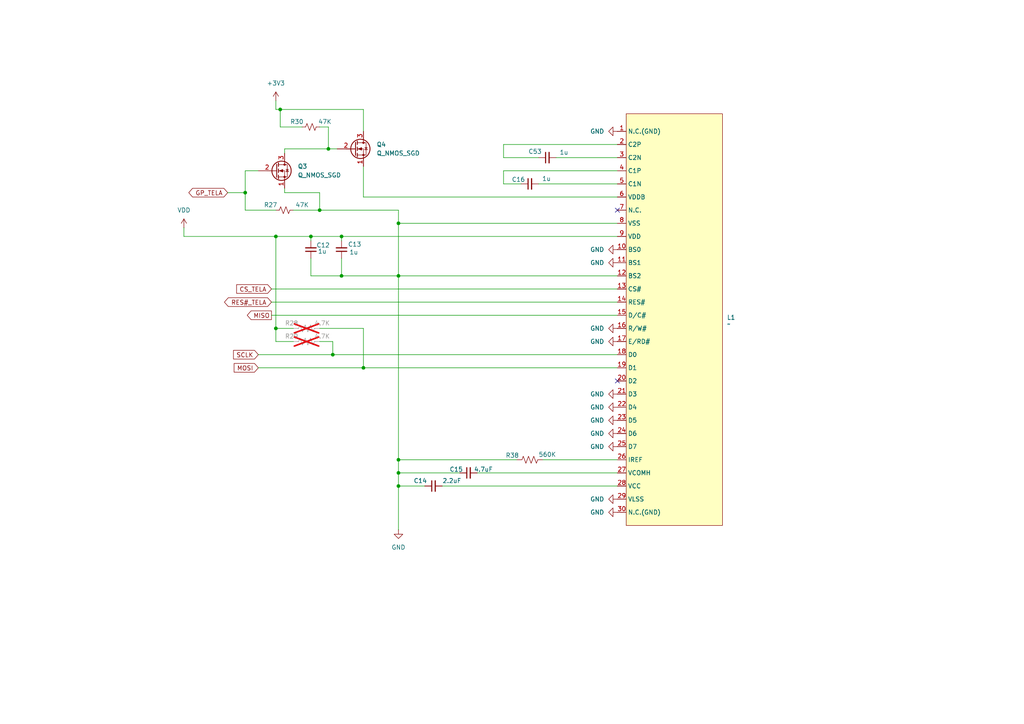
<source format=kicad_sch>
(kicad_sch (version 20250114) (generator "eeschema") (generator_version "9.0")
  (paper "A4")
  (lib_symbols
    (symbol "Device:C_Small" (pin_numbers (hide yes)) (pin_names (offset 0.254) (hide yes))
      (property "Reference" "C" (at 0.254 1.778 0))
      (property "Value" "C_Small" (at 0.254 -2.032 0))
      (symbol "C_Small_0_1"
        (polyline (pts (xy -1.524 0.508) (xy 1.524 0.508)) (stroke (width 0.3048)))
        (polyline (pts (xy -1.524 -0.508) (xy 1.524 -0.508)) (stroke (width 0.3302)))
      )
      (symbol "C_Small_1_1"
        (pin passive line (at 0 2.54 270) (length 2.032) (name "~") (number "1"))
        (pin passive line (at 0 -2.54 90) (length 2.032) (name "~") (number "2"))
      )
    )
    (symbol "Device:R_Small_US" (pin_numbers (hide yes)) (pin_names (offset 0.254) (hide yes))
      (property "Reference" "R" (at 0.762 0.508 0))
      (property "Value" "R_Small_US" (at 0.762 -1.016 0))
      (symbol "R_Small_US_1_1"
        (polyline (pts (xy 0 1.524) (xy 1.016 1.143) (xy 0 0.762) (xy -1.016 0.381) (xy 0 0)))
        (polyline (pts (xy 0 0) (xy 1.016 -0.381) (xy 0 -0.762) (xy -1.016 -1.143) (xy 0 -1.524)))
        (pin passive line (at 0 2.54 270) (length 1.016) (name "~") (number "1"))
        (pin passive line (at 0 -2.54 90) (length 1.016) (name "~") (number "2"))
      )
    )
    (symbol "Device:R_US" (pin_numbers (hide yes)) (pin_names (offset 0))
      (property "Reference" "R" (at 2.54 0 90))
      (property "Value" "R_US" (at -2.54 0 90))
      (symbol "R_US_0_1"
        (polyline (pts (xy 0 2.286) (xy 0 2.54)))
        (polyline (pts (xy 0 2.286) (xy 1.016 1.905) (xy 0 1.524) (xy -1.016 1.143) (xy 0 0.762)))
        (polyline (pts (xy 0 0.762) (xy 1.016 0.381) (xy 0 0) (xy -1.016 -0.381) (xy 0 -0.762)))
        (polyline (pts (xy 0 -0.762) (xy 1.016 -1.143) (xy 0 -1.524) (xy -1.016 -1.905) (xy 0 -2.286)))
        (polyline (pts (xy 0 -2.286) (xy 0 -2.54)))
      )
      (symbol "R_US_1_1"
        (pin passive line (at 0 3.81 270) (length 1.27) (name "~") (number "1"))
        (pin passive line (at 0 -3.81 90) (length 1.27) (name "~") (number "2"))
      )
    )
    (symbol "Transistor_FET:Q_NMOS_SGD" (pin_names (offset 0) (hide yes))
      (property "Reference" "Q" (at 5.08 1.905 0))
      (property "Value" "Q_NMOS_SGD" (at 5.08 0 0))
      (symbol "Q_NMOS_SGD_0_1"
        (polyline (pts (xy 0.254 1.905) (xy 0.254 -1.905)) (stroke (width 0.254)))
        (polyline (pts (xy 0.254 0) (xy -2.54 0)))
        (polyline (pts (xy 0.762 2.286) (xy 0.762 1.27)) (stroke (width 0.254)))
        (polyline (pts (xy 0.762 0.508) (xy 0.762 -0.508)) (stroke (width 0.254)))
        (polyline (pts (xy 0.762 -1.27) (xy 0.762 -2.286)) (stroke (width 0.254)))
        (polyline (pts (xy 0.762 -1.778) (xy 3.302 -1.778) (xy 3.302 1.778) (xy 0.762 1.778)))
        (polyline (pts (xy 1.016 0) (xy 2.032 0.381) (xy 2.032 -0.381) (xy 1.016 0)) (fill (type outline)))
        (circle (center 1.651 0) (radius 2.794) (stroke (width 0.254)))
        (polyline (pts (xy 2.54 2.54) (xy 2.54 1.778)))
        (circle (center 2.54 1.778) (radius 0.254) (fill (type outline)))
        (circle (center 2.54 -1.778) (radius 0.254) (fill (type outline)))
        (polyline (pts (xy 2.54 -2.54) (xy 2.54 0) (xy 0.762 0)))
        (polyline (pts (xy 2.921 0.381) (xy 3.683 0.381)))
        (polyline (pts (xy 3.302 0.381) (xy 2.921 -0.254) (xy 3.683 -0.254) (xy 3.302 0.381)))
      )
      (symbol "Q_NMOS_SGD_1_1"
        (pin input line (at -5.08 0 0) (length 5.08) (name "G") (number "2"))
        (pin passive line (at 2.54 5.08 270) (length 2.54) (name "D") (number "3"))
        (pin passive line (at 2.54 -5.08 90) (length 2.54) (name "S") (number "1"))
      )
    )
    (symbol "componentes_personalizados:Led_1.3"
      (property "Reference" "L" (at 0 0 0))
      (symbol "Led_1.3_1_1"
        (rectangle (start 1.27 -2.54) (end 29.21 -121.92) (fill (type background)))
        (pin input line (at -1.27 -7.62 0) (length 2.54) (name "N.C.(GND)") (number "1"))
        (pin input line (at -1.27 -11.43 0) (length 2.54) (name "C2P") (number "2"))
        (pin input line (at -1.27 -15.24 0) (length 2.54) (name "C2N") (number "3"))
        (pin input line (at -1.27 -19.05 0) (length 2.54) (name "C1P") (number "4"))
        (pin input line (at -1.27 -22.86 0) (length 2.54) (name "C1N") (number "5"))
        (pin input line (at -1.27 -26.67 0) (length 2.54) (name "VDDB") (number "6"))
        (pin input line (at -1.27 -30.48 0) (length 2.54) (name "N.C.") (number "7"))
        (pin input line (at -1.27 -34.29 0) (length 2.54) (name "VSS") (number "8"))
        (pin input line (at -1.27 -38.1 0) (length 2.54) (name "VDD") (number "9"))
        (pin input line (at -1.27 -41.91 0) (length 2.54) (name "BS0") (number "10"))
        (pin input line (at -1.27 -45.72 0) (length 2.54) (name "BS1") (number "11"))
        (pin input line (at -1.27 -49.53 0) (length 2.54) (name "BS2") (number "12"))
        (pin input line (at -1.27 -53.34 0) (length 2.54) (name "CS#") (number "13"))
        (pin input line (at -1.27 -57.15 0) (length 2.54) (name "RES#") (number "14"))
        (pin input line (at -1.27 -60.96 0) (length 2.54) (name "D/C#") (number "15"))
        (pin input line (at -1.27 -64.77 0) (length 2.54) (name "R/W#") (number "16"))
        (pin input line (at -1.27 -68.58 0) (length 2.54) (name "E/RD#") (number "17"))
        (pin input line (at -1.27 -72.39 0) (length 2.54) (name "D0") (number "18"))
        (pin input line (at -1.27 -76.2 0) (length 2.54) (name "D1") (number "19"))
        (pin input line (at -1.27 -80.01 0) (length 2.54) (name "D2") (number "20"))
        (pin input line (at -1.27 -83.82 0) (length 2.54) (name "D3") (number "21"))
        (pin input line (at -1.27 -87.63 0) (length 2.54) (name "D4") (number "22"))
        (pin input line (at -1.27 -91.44 0) (length 2.54) (name "D5") (number "23"))
        (pin input line (at -1.27 -95.25 0) (length 2.54) (name "D6") (number "24"))
        (pin input line (at -1.27 -99.06 0) (length 2.54) (name "D7") (number "25"))
        (pin input line (at -1.27 -102.87 0) (length 2.54) (name "IREF") (number "26"))
        (pin input line (at -1.27 -106.68 0) (length 2.54) (name "VCOMH") (number "27"))
        (pin input line (at -1.27 -110.49 0) (length 2.54) (name "VCC") (number "28"))
        (pin input line (at -1.27 -114.3 0) (length 2.54) (name "VLSS") (number "29"))
        (pin input line (at -1.27 -118.11 0) (length 2.54) (name "N.C.(GND)") (number "30"))
      )
    )
    (symbol "power:+3V3" (power) (pin_numbers (hide yes)) (pin_names (offset 0) (hide yes))
      (property "Value" "+3V3" (at 0 3.556 0))
      (symbol "+3V3_0_1"
        (polyline (pts (xy -0.762 1.27) (xy 0 2.54)))
        (polyline (pts (xy 0 2.54) (xy 0.762 1.27)))
        (polyline (pts (xy 0 0) (xy 0 2.54)))
      )
      (symbol "+3V3_1_1"
        (pin power_in line (at 0 0 90) (length 0) (name "~") (number "1"))
      )
    )
    (symbol "power:GND" (power) (pin_numbers (hide yes)) (pin_names (offset 0) (hide yes))
      (property "Value" "GND" (at 0 -3.81 0))
      (symbol "GND_0_1"
        (polyline (pts (xy 0 0) (xy 0 -1.27) (xy 1.27 -1.27) (xy 0 -2.54) (xy -1.27 -1.27) (xy 0 -1.27)))
      )
      (symbol "GND_1_1"
        (pin power_in line (at 0 0 270) (length 0) (name "~") (number "1"))
      )
    )
    (symbol "power:VDD" (power) (pin_numbers (hide yes)) (pin_names (offset 0) (hide yes))
      (property "Value" "VDD" (at 0 3.556 0))
      (symbol "VDD_0_1"
        (polyline (pts (xy -0.762 1.27) (xy 0 2.54)))
        (polyline (pts (xy 0 2.54) (xy 0.762 1.27)))
        (polyline (pts (xy 0 0) (xy 0 2.54)))
      )
      (symbol "VDD_1_1"
        (pin power_in line (at 0 0 90) (length 0) (name "~") (number "1"))
      )
    )
  )
  (junction (at 99.06 80.01))
  (junction (at 90.17 68.58))
  (junction (at 71.12 55.88))
  (junction (at 80.01 68.58))
  (junction (at 115.57 137.16))
  (junction (at 115.57 80.01))
  (junction (at 81.28 31.75))
  (junction (at 115.57 140.97))
  (junction (at 95.25 43.18))
  (junction (at 92.71 60.96))
  (junction (at 105.41 106.68))
  (junction (at 115.57 133.35))
  (junction (at 99.06 68.58))
  (junction (at 80.01 95.25))
  (junction (at 115.57 64.77))
  (junction (at 96.52 102.87))
  (no_connect (at 179.07 60.96))
  (no_connect (at 179.07 110.49))
  (wire (pts (xy 115.57 64.77) (xy 115.57 80.01)))
  (wire (pts (xy 115.57 140.97) (xy 115.57 153.67)))
  (wire (pts (xy 80.01 31.75) (xy 81.28 31.75)))
  (wire (pts (xy 156.21 45.72) (xy 146.05 45.72)))
  (wire (pts (xy 95.25 43.18) (xy 97.79 43.18)))
  (wire (pts (xy 157.48 133.35) (xy 179.07 133.35)))
  (wire (pts (xy 138.43 137.16) (xy 179.07 137.16)))
  (wire (pts (xy 161.29 45.72) (xy 179.07 45.72)))
  (wire (pts (xy 82.55 43.18) (xy 95.25 43.18)))
  (wire (pts (xy 95.25 43.18) (xy 95.25 36.83)))
  (wire (pts (xy 53.34 66.04) (xy 53.34 68.58)))
  (wire (pts (xy 80.01 31.75) (xy 80.01 29.21)))
  (wire (pts (xy 115.57 133.35) (xy 149.86 133.35)))
  (wire (pts (xy 156.21 53.34) (xy 179.07 53.34)))
  (wire (pts (xy 115.57 137.16) (xy 115.57 140.97)))
  (wire (pts (xy 90.17 80.01) (xy 90.17 74.93)))
  (wire (pts (xy 80.01 68.58) (xy 90.17 68.58)))
  (wire (pts (xy 71.12 49.53) (xy 71.12 55.88)))
  (wire (pts (xy 146.05 45.72) (xy 146.05 41.91)))
  (wire (pts (xy 71.12 49.53) (xy 74.93 49.53)))
  (wire (pts (xy 78.74 83.82) (xy 179.07 83.82)))
  (wire (pts (xy 146.05 53.34) (xy 151.13 53.34)))
  (wire (pts (xy 81.28 36.83) (xy 87.63 36.83)))
  (wire (pts (xy 92.71 60.96) (xy 92.71 55.88)))
  (wire (pts (xy 92.71 55.88) (xy 82.55 55.88)))
  (wire (pts (xy 82.55 43.18) (xy 82.55 44.45)))
  (wire (pts (xy 115.57 140.97) (xy 123.19 140.97)))
  (wire (pts (xy 115.57 80.01) (xy 99.06 80.01)))
  (wire (pts (xy 92.71 95.25) (xy 105.41 95.25)))
  (wire (pts (xy 81.28 31.75) (xy 105.41 31.75)))
  (wire (pts (xy 92.71 60.96) (xy 115.57 60.96)))
  (wire (pts (xy 78.74 91.44) (xy 179.07 91.44)))
  (wire (pts (xy 128.27 140.97) (xy 179.07 140.97)))
  (wire (pts (xy 99.06 80.01) (xy 99.06 74.93)))
  (wire (pts (xy 81.28 31.75) (xy 81.28 36.83)))
  (wire (pts (xy 66.04 55.88) (xy 71.12 55.88)))
  (wire (pts (xy 105.41 57.15) (xy 105.41 48.26)))
  (wire (pts (xy 71.12 55.88) (xy 71.12 60.96)))
  (wire (pts (xy 95.25 36.83) (xy 92.71 36.83)))
  (wire (pts (xy 146.05 41.91) (xy 179.07 41.91)))
  (wire (pts (xy 115.57 133.35) (xy 115.57 137.16)))
  (wire (pts (xy 115.57 80.01) (xy 179.07 80.01)))
  (wire (pts (xy 115.57 80.01) (xy 115.57 133.35)))
  (wire (pts (xy 99.06 80.01) (xy 90.17 80.01)))
  (wire (pts (xy 115.57 64.77) (xy 179.07 64.77)))
  (wire (pts (xy 146.05 49.53) (xy 179.07 49.53)))
  (wire (pts (xy 90.17 68.58) (xy 99.06 68.58)))
  (wire (pts (xy 99.06 68.58) (xy 179.07 68.58)))
  (wire (pts (xy 105.41 106.68) (xy 179.07 106.68)))
  (wire (pts (xy 115.57 60.96) (xy 115.57 64.77)))
  (wire (pts (xy 96.52 102.87) (xy 179.07 102.87)))
  (wire (pts (xy 105.41 95.25) (xy 105.41 106.68)))
  (wire (pts (xy 179.07 57.15) (xy 105.41 57.15)))
  (wire (pts (xy 146.05 49.53) (xy 146.05 53.34)))
  (wire (pts (xy 74.93 106.68) (xy 105.41 106.68)))
  (wire (pts (xy 74.93 102.87) (xy 96.52 102.87)))
  (wire (pts (xy 90.17 69.85) (xy 90.17 68.58)))
  (wire (pts (xy 80.01 68.58) (xy 80.01 95.25)))
  (wire (pts (xy 80.01 95.25) (xy 85.09 95.25)))
  (wire (pts (xy 96.52 99.06) (xy 96.52 102.87)))
  (wire (pts (xy 80.01 99.06) (xy 85.09 99.06)))
  (wire (pts (xy 71.12 60.96) (xy 80.01 60.96)))
  (wire (pts (xy 92.71 99.06) (xy 96.52 99.06)))
  (wire (pts (xy 80.01 95.25) (xy 80.01 99.06)))
  (wire (pts (xy 53.34 68.58) (xy 80.01 68.58)))
  (wire (pts (xy 85.09 60.96) (xy 92.71 60.96)))
  (wire (pts (xy 78.74 87.63) (xy 179.07 87.63)))
  (wire (pts (xy 105.41 38.1) (xy 105.41 31.75)))
  (wire (pts (xy 82.55 55.88) (xy 82.55 54.61)))
  (wire (pts (xy 99.06 69.85) (xy 99.06 68.58)))
  (wire (pts (xy 115.57 137.16) (xy 133.35 137.16)))
  (global_label "MISO" (shape output) (at 78.74 91.44 180) (property "Intersheetrefs" "${INTERSHEET_REFS}" (effects (hide yes))))
  (global_label "RES#_TELA" (shape bidirectional) (at 78.74 87.63 180) (property "Intersheetrefs" "${INTERSHEET_REFS}" (effects (hide yes))))
  (global_label "GP_TELA" (shape bidirectional) (at 66.04 55.88 180) (property "Intersheetrefs" "${INTERSHEET_REFS}" (effects (hide yes))))
  (global_label "SCLK" (shape input) (at 74.93 102.87 180) (property "Intersheetrefs" "${INTERSHEET_REFS}" (effects (hide yes))))
  (global_label "MOSI" (shape input) (at 74.93 106.68 180) (property "Intersheetrefs" "${INTERSHEET_REFS}" (effects (hide yes))))
  (global_label "CS_TELA" (shape input) (at 78.74 83.82 180) (property "Intersheetrefs" "${INTERSHEET_REFS}" (effects (hide yes))))
  (symbol (lib_id "componentes_personalizados:Led_1.3") (at 180.34 30.48 0) (unit 1)
    (property "Reference" "L1" (at 210.82 92.0749 0) (effects (justify left)))
    (property "Value" "~" (at 210.82 93.98 0) (effects (justify left)))
  )
  (symbol (lib_id "Device:C_Small") (at 158.75 45.72 90) (unit 1)
    (property "Reference" "C53" (at 155.194 43.942 90))
    (property "Value" "1u" (at 163.576 44.196 90))
    (property "Footprint" "Capacitor_SMD:C_0402_1005Metric" (effects (hide yes)))
    (property "Datasheet" "https://www.digikey.com.br/pt/products/detail/samsung-electro-mechanics/CL05B104KP5NNNC/3886660" (effects (hide yes)))
    (property "Description" "Unpolarized capacitor, small symbol" (effects (hide yes)))
  )
  (symbol (lib_id "Device:R_US") (at 88.9 99.06 90) (unit 1) (dnp yes)
    (property "Reference" "R29" (at 84.582 97.536 90))
    (property "Value" "4.7K" (at 93.472 97.536 90))
    (property "Footprint" "Resistor_SMD:R_0402_1005Metric" (effects (hide yes)))
    (property "Datasheet" "https://www.digikey.com.br/en/products/detail/cal-chip-electronics-inc/RM04J472CT/13571646" (effects (hide yes)))
    (property "Description" "Resistor, US symbol" (effects (hide yes)))
  )
  (symbol (lib_id "Device:R_Small_US") (at 82.55 60.96 90) (unit 1)
    (property "Reference" "R27" (at 78.486 59.436 90))
    (property "Value" "47K" (at 87.63 59.436 90))
    (property "Footprint" "Resistor_SMD:R_0402_1005Metric" (effects (hide yes)))
    (property "Datasheet" "https://www.digikey.com.br/en/products/detail/panasonic-electronic-components/ERJ-2RKF4702X/1746233" (effects (hide yes)))
    (property "Description" "Resistor, small US symbol" (effects (hide yes)))
  )
  (symbol (lib_id "Transistor_FET:Q_NMOS_SGD") (at 102.87 43.18 0) (unit 1)
    (property "Reference" "Q4" (at 109.22 41.9099 0) (effects (justify left)))
    (property "Value" "Q_NMOS_SGD" (at 109.22 44.4499 0) (effects (justify left)))
    (property "Datasheet" "https://www.digikey.com.br/en/products/detail/toshiba-semiconductor-and-storage/T2N7002AK-LM/5298028" (effects (hide yes)))
    (property "Description" "N-MOSFET transistor, source/gate/drain" (effects (hide yes)))
  )
  (symbol (lib_id "Device:C_Small") (at 125.73 140.97 90) (unit 1)
    (property "Reference" "C14" (at 121.92 139.446 90))
    (property "Value" "2.2uF" (at 131.064 139.446 90))
    (property "Footprint" "Capacitor_SMD:C_0402_1005Metric" (effects (hide yes)))
    (property "Datasheet" "https://www.digikey.com.br/en/products/detail/samsung-electro-mechanics/CL05A225MQ5NNNC/3887127" (effects (hide yes)))
    (property "Description" "Unpolarized capacitor, small symbol" (effects (hide yes)))
  )
  (symbol (lib_id "Device:R_Small_US") (at 90.17 36.83 90) (unit 1)
    (property "Reference" "R30" (at 86.106 35.306 90))
    (property "Value" "47K" (at 94.234 35.306 90))
    (property "Footprint" "Resistor_SMD:R_0402_1005Metric" (effects (hide yes)))
    (property "Datasheet" "https://www.digikey.com.br/en/products/detail/panasonic-electronic-components/ERJ-2RKF4702X/1746233" (effects (hide yes)))
    (property "Description" "Resistor, small US symbol" (effects (hide yes)))
  )
  (symbol (lib_id "Transistor_FET:Q_NMOS_SGD") (at 80.01 49.53 0) (unit 1)
    (property "Reference" "Q3" (at 86.36 48.2599 0) (effects (justify left)))
    (property "Value" "Q_NMOS_SGD" (at 86.36 50.7999 0) (effects (justify left)))
    (property "Datasheet" "https://www.digikey.com.br/en/products/detail/toshiba-semiconductor-and-storage/T2N7002AK-LM/5298028" (effects (hide yes)))
    (property "Description" "N-MOSFET transistor, source/gate/drain" (effects (hide yes)))
  )
  (symbol (lib_id "power:+3V3") (at 80.01 29.21 0) (unit 1)
    (property "Reference" "#PWR064" (effects (hide yes)))
    (property "Value" "+3V3" (at 80.01 24.13 0))
    (property "Description" "Power symbol creates a global label with name \"+3V3\"" (effects (hide yes)))
  )
  (symbol (lib_id "power:GND") (at 179.07 95.25 270) (unit 1)
    (property "Reference" "#PWR076" (effects (hide yes)))
    (property "Value" "GND" (at 175.26 95.2499 90) (effects (justify right)))
    (property "Description" "Power symbol creates a global label with name \"GND\" , ground" (effects (hide yes)))
  )
  (symbol (lib_id "power:GND") (at 179.07 121.92 270) (unit 1)
    (property "Reference" "#PWR099" (effects (hide yes)))
    (property "Value" "GND" (at 175.26 121.9199 90) (effects (justify right)))
    (property "Description" "Power symbol creates a global label with name \"GND\" , ground" (effects (hide yes)))
  )
  (symbol (lib_id "Device:R_US") (at 88.9 95.25 90) (unit 1) (dnp yes)
    (property "Reference" "R28" (at 84.582 93.726 90))
    (property "Value" "4.7K" (at 93.472 93.726 90))
    (property "Footprint" "Resistor_SMD:R_0402_1005Metric" (effects (hide yes)))
    (property "Datasheet" "https://www.digikey.com.br/en/products/detail/cal-chip-electronics-inc/RM04J472CT/13571646" (effects (hide yes)))
    (property "Description" "Resistor, US symbol" (effects (hide yes)))
  )
  (symbol (lib_id "Device:C_Small") (at 99.06 72.39 180) (unit 1)
    (property "Reference" "C13" (at 102.87 70.866 0))
    (property "Value" "1u" (at 102.616 73.152 0))
    (property "Footprint" "Capacitor_SMD:C_0402_1005Metric" (effects (hide yes)))
    (property "Datasheet" "https://www.digikey.com.br/pt/products/detail/samsung-electro-mechanics/CL05B104KP5NNNC/3886660" (effects (hide yes)))
    (property "Description" "Unpolarized capacitor, small symbol" (effects (hide yes)))
  )
  (symbol (lib_id "power:VDD") (at 53.34 66.04 0) (unit 1)
    (property "Reference" "#PWR016" (effects (hide yes)))
    (property "Value" "VDD" (at 53.34 60.96 0))
    (property "Description" "Power symbol creates a global label with name \"VDD\"" (effects (hide yes)))
  )
  (symbol (lib_id "power:GND") (at 179.07 144.78 270) (unit 1)
    (property "Reference" "#PWR0103" (effects (hide yes)))
    (property "Value" "GND" (at 175.26 144.7799 90) (effects (justify right)))
    (property "Description" "Power symbol creates a global label with name \"GND\" , ground" (effects (hide yes)))
  )
  (symbol (lib_id "power:GND") (at 179.07 114.3 270) (unit 1)
    (property "Reference" "#PWR061" (effects (hide yes)))
    (property "Value" "GND" (at 175.26 114.2999 90) (effects (justify right)))
    (property "Description" "Power symbol creates a global label with name \"GND\" , ground" (effects (hide yes)))
  )
  (symbol (lib_id "power:GND") (at 179.07 38.1 270) (unit 1)
    (property "Reference" "#PWR098" (effects (hide yes)))
    (property "Value" "GND" (at 175.26 38.0999 90) (effects (justify right)))
    (property "Description" "Power symbol creates a global label with name \"GND\" , ground" (effects (hide yes)))
  )
  (symbol (lib_id "power:GND") (at 179.07 99.06 270) (unit 1)
    (property "Reference" "#PWR075" (effects (hide yes)))
    (property "Value" "GND" (at 175.26 99.0599 90) (effects (justify right)))
    (property "Description" "Power symbol creates a global label with name \"GND\" , ground" (effects (hide yes)))
  )
  (symbol (lib_id "Device:C_Small") (at 90.17 72.39 180) (unit 1)
    (property "Reference" "C12" (at 93.726 71.12 0))
    (property "Value" "1u" (at 93.472 72.898 0))
    (property "Footprint" "Capacitor_SMD:C_0402_1005Metric" (effects (hide yes)))
    (property "Datasheet" "https://www.digikey.com.br/pt/products/detail/samsung-electro-mechanics/CL05B104KP5NNNC/3886660" (effects (hide yes)))
    (property "Description" "Unpolarized capacitor, small symbol" (effects (hide yes)))
  )
  (symbol (lib_id "Device:C_Small") (at 135.89 137.16 90) (unit 1)
    (property "Reference" "C15" (at 132.334 136.144 90))
    (property "Value" "4.7uF" (at 140.208 136.144 90))
    (property "Footprint" "Capacitor_SMD:C_0402_1005Metric" (effects (hide yes)))
    (property "Datasheet" "https://www.digikey.com.br/en/products/detail/samsung-electro-mechanics/CL05A475MP5NRNC/3887140" (effects (hide yes)))
    (property "Description" "Unpolarized capacitor, small symbol" (effects (hide yes)))
  )
  (symbol (lib_id "power:GND") (at 115.57 153.67 0) (unit 1)
    (property "Reference" "#PWR070" (effects (hide yes)))
    (property "Value" "GND" (at 115.57 158.75 0))
    (property "Description" "Power symbol creates a global label with name \"GND\" , ground" (effects (hide yes)))
  )
  (symbol (lib_id "Device:R_US") (at 153.67 133.35 90) (unit 1)
    (property "Reference" "R38" (at 148.59 132.08 90))
    (property "Value" "560K" (at 158.75 131.826 90))
    (property "Footprint" "Resistor_SMD:R_0402_1005Metric" (effects (hide yes)))
    (property "Datasheet" "https://www.digikey.com.br/en/products/detail/panasonic-electronic-components/ERJ-2RKF5603X/1746252" (effects (hide yes)))
    (property "Description" "Resistor, US symbol" (effects (hide yes)))
  )
  (symbol (lib_id "power:GND") (at 179.07 148.59 270) (unit 1)
    (property "Reference" "#PWR0104" (effects (hide yes)))
    (property "Value" "GND" (at 175.26 148.5899 90) (effects (justify right)))
    (property "Description" "Power symbol creates a global label with name \"GND\" , ground" (effects (hide yes)))
  )
  (symbol (lib_id "power:GND") (at 179.07 76.2 270) (unit 1)
    (property "Reference" "#PWR077" (effects (hide yes)))
    (property "Value" "GND" (at 175.26 76.1999 90) (effects (justify right)))
    (property "Description" "Power symbol creates a global label with name \"GND\" , ground" (effects (hide yes)))
  )
  (symbol (lib_id "power:GND") (at 179.07 72.39 270) (unit 1)
    (property "Reference" "#PWR078" (effects (hide yes)))
    (property "Value" "GND" (at 175.26 72.3899 90) (effects (justify right)))
    (property "Description" "Power symbol creates a global label with name \"GND\" , ground" (effects (hide yes)))
  )
  (symbol (lib_id "power:GND") (at 179.07 125.73 270) (unit 1)
    (property "Reference" "#PWR0100" (effects (hide yes)))
    (property "Value" "GND" (at 175.26 125.7299 90) (effects (justify right)))
    (property "Description" "Power symbol creates a global label with name \"GND\" , ground" (effects (hide yes)))
  )
  (symbol (lib_id "Device:C_Small") (at 153.67 53.34 90) (unit 1)
    (property "Reference" "C16" (at 150.368 52.07 90))
    (property "Value" "1u" (at 158.496 51.816 90))
    (property "Footprint" "Capacitor_SMD:C_0402_1005Metric" (effects (hide yes)))
    (property "Datasheet" "https://www.digikey.com.br/pt/products/detail/samsung-electro-mechanics/CL05B104KP5NNNC/3886660" (effects (hide yes)))
    (property "Description" "Unpolarized capacitor, small symbol" (effects (hide yes)))
  )
  (symbol (lib_id "power:GND") (at 179.07 129.54 270) (unit 1)
    (property "Reference" "#PWR0101" (effects (hide yes)))
    (property "Value" "GND" (at 175.26 129.5399 90) (effects (justify right)))
    (property "Description" "Power symbol creates a global label with name \"GND\" , ground" (effects (hide yes)))
  )
  (symbol (lib_id "power:GND") (at 179.07 118.11 270) (unit 1)
    (property "Reference" "#PWR073" (effects (hide yes)))
    (property "Value" "GND" (at 175.26 118.1099 90) (effects (justify right)))
    (property "Description" "Power symbol creates a global label with name \"GND\" , ground" (effects (hide yes)))
  )
)
</source>
